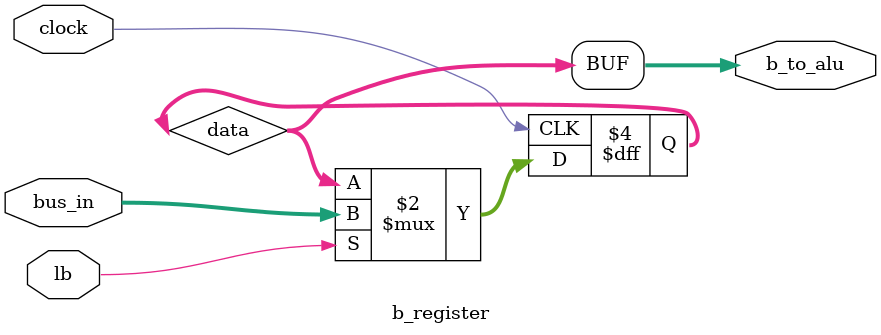
<source format=v>
module b_register (
	input clock,
	input [7:0] bus_in,
	input lb,
	output [7:0] b_to_alu
);

	reg [7:0] data;

	always @(posedge clock) begin
		if(lb) data <= bus_in;
	end

	assign b_to_alu = data;

endmodule 
</source>
